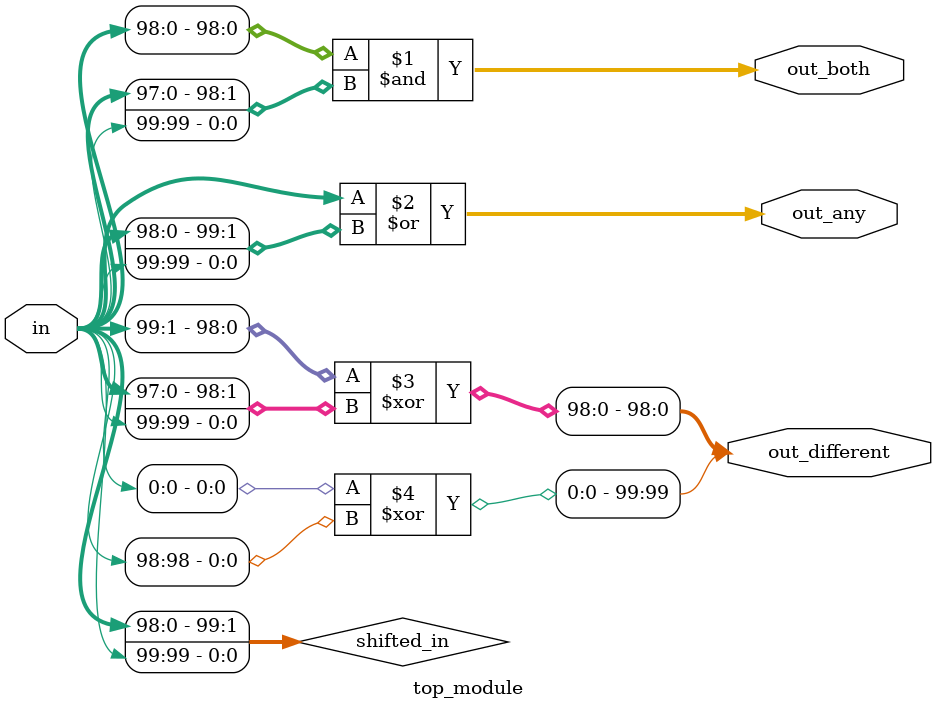
<source format=sv>
module top_module (
    input [99:0] in,
    output [98:0] out_both,
    output [99:0] out_any,
    output [99:0] out_different
);

  wire [99:0] shifted_in;
  assign shifted_in = {in[98:0], in[99]}; // Shift the input signal by one bit

  assign out_both = in[98:0] & shifted_in[98:0]; // Perform bitwise AND operation for the first 99 bits

  assign out_any = in | shifted_in; // Perform bitwise OR operation for all bits

  assign out_different = {in[0] ^ shifted_in[99], in[99:1] ^ shifted_in[98:0]}; // First bit generated by XORing first bit of in and last bit of shifted_in

endmodule

</source>
